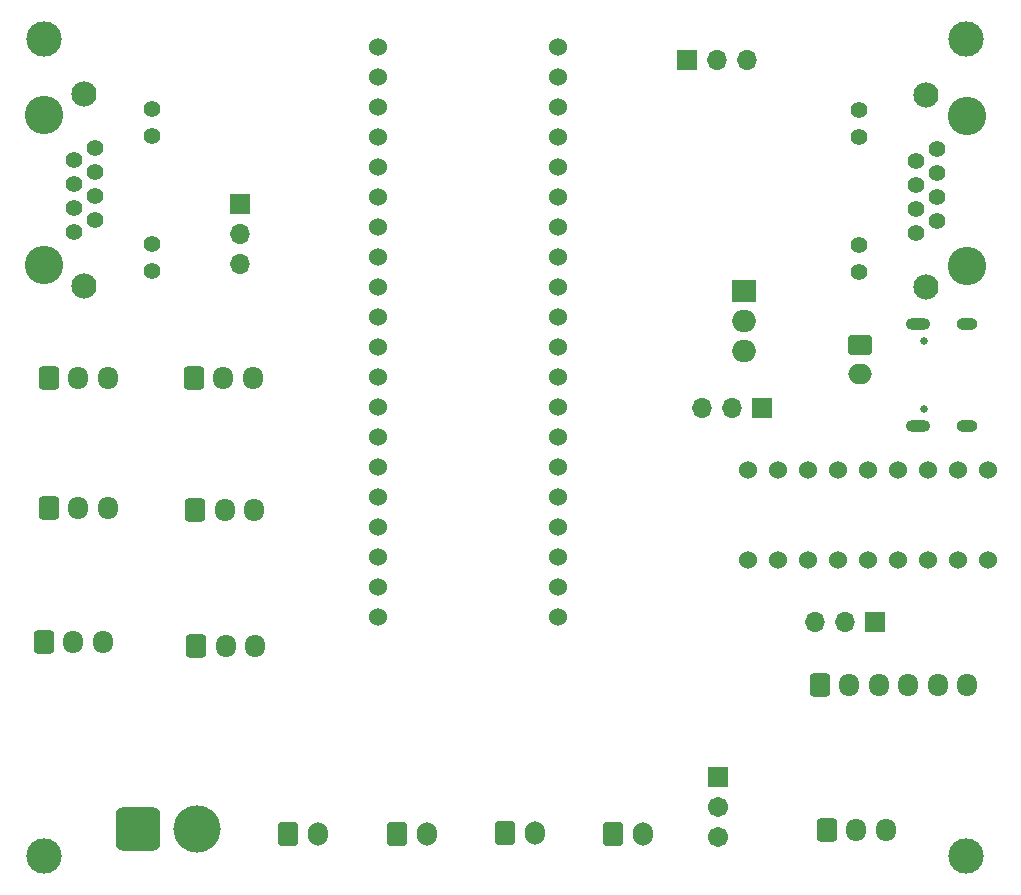
<source format=gbr>
%TF.GenerationSoftware,KiCad,Pcbnew,8.0.8*%
%TF.CreationDate,2025-09-27T22:11:16+09:00*%
%TF.ProjectId,esp_bluepill_board,6573705f-626c-4756-9570-696c6c5f626f,rev?*%
%TF.SameCoordinates,Original*%
%TF.FileFunction,Soldermask,Bot*%
%TF.FilePolarity,Negative*%
%FSLAX46Y46*%
G04 Gerber Fmt 4.6, Leading zero omitted, Abs format (unit mm)*
G04 Created by KiCad (PCBNEW 8.0.8) date 2025-09-27 22:11:16*
%MOMM*%
%LPD*%
G01*
G04 APERTURE LIST*
G04 Aperture macros list*
%AMRoundRect*
0 Rectangle with rounded corners*
0 $1 Rounding radius*
0 $2 $3 $4 $5 $6 $7 $8 $9 X,Y pos of 4 corners*
0 Add a 4 corners polygon primitive as box body*
4,1,4,$2,$3,$4,$5,$6,$7,$8,$9,$2,$3,0*
0 Add four circle primitives for the rounded corners*
1,1,$1+$1,$2,$3*
1,1,$1+$1,$4,$5*
1,1,$1+$1,$6,$7*
1,1,$1+$1,$8,$9*
0 Add four rect primitives between the rounded corners*
20,1,$1+$1,$2,$3,$4,$5,0*
20,1,$1+$1,$4,$5,$6,$7,0*
20,1,$1+$1,$6,$7,$8,$9,0*
20,1,$1+$1,$8,$9,$2,$3,0*%
G04 Aperture macros list end*
%ADD10C,0.650000*%
%ADD11O,2.100000X1.000000*%
%ADD12O,1.800000X1.000000*%
%ADD13R,1.700000X1.700000*%
%ADD14O,1.700000X1.700000*%
%ADD15RoundRect,0.250000X-0.600000X-0.725000X0.600000X-0.725000X0.600000X0.725000X-0.600000X0.725000X0*%
%ADD16O,1.700000X1.950000*%
%ADD17C,3.251200*%
%ADD18C,1.397000*%
%ADD19C,2.133600*%
%ADD20C,3.000000*%
%ADD21RoundRect,0.250000X-0.600000X-0.750000X0.600000X-0.750000X0.600000X0.750000X-0.600000X0.750000X0*%
%ADD22O,1.700000X2.000000*%
%ADD23RoundRect,0.102000X-0.754000X0.754000X-0.754000X-0.754000X0.754000X-0.754000X0.754000X0.754000X0*%
%ADD24C,1.712000*%
%ADD25RoundRect,0.250000X-0.750000X0.600000X-0.750000X-0.600000X0.750000X-0.600000X0.750000X0.600000X0*%
%ADD26O,2.000000X1.700000*%
%ADD27C,1.524000*%
%ADD28R,2.000000X1.905000*%
%ADD29O,2.000000X1.905000*%
%ADD30RoundRect,0.760000X-1.140000X-1.140000X1.140000X-1.140000X1.140000X1.140000X-1.140000X1.140000X0*%
%ADD31C,4.000000*%
G04 APERTURE END LIST*
D10*
%TO.C,J19*%
X97820000Y-54690000D03*
X97820000Y-48910000D03*
D11*
X97300000Y-56120000D03*
D12*
X101500000Y-56120000D03*
D11*
X97300000Y-47480000D03*
D12*
X101500000Y-47480000D03*
%TD*%
D13*
%TO.C,J20*%
X39900000Y-37320000D03*
D14*
X39900000Y-39860000D03*
X39900000Y-42400000D03*
%TD*%
D13*
%TO.C,SW2*%
X84125000Y-54600000D03*
D14*
X81585000Y-54600000D03*
X79045000Y-54600000D03*
%TD*%
D13*
%TO.C,J4*%
X77760000Y-25100000D03*
D14*
X80300000Y-25100000D03*
X82840000Y-25100000D03*
%TD*%
D13*
%TO.C,J1*%
X93700000Y-72700000D03*
D14*
X91160000Y-72700000D03*
X88620000Y-72700000D03*
%TD*%
D15*
%TO.C,J14*%
X36000000Y-52000000D03*
D16*
X38500000Y-52000000D03*
X41000000Y-52000000D03*
%TD*%
D17*
%TO.C,J3*%
X23271000Y-29778000D03*
X23271000Y-42478000D03*
D18*
X25811000Y-39684000D03*
X27589000Y-38668000D03*
X25811000Y-37652000D03*
X27589000Y-36636000D03*
X25811000Y-35620000D03*
X27589000Y-34604000D03*
X25811000Y-33588000D03*
X27589000Y-32572000D03*
X32415000Y-42986000D03*
X32415000Y-40700000D03*
X32415000Y-31556000D03*
X32415000Y-29270000D03*
D19*
X26700000Y-28000000D03*
X26700000Y-44256000D03*
%TD*%
D20*
%TO.C,REF\u002A\u002A*%
X101400000Y-23300000D03*
%TD*%
D21*
%TO.C,J12*%
X44000000Y-90600000D03*
D22*
X46500000Y-90600000D03*
%TD*%
D17*
%TO.C,J2*%
X101429000Y-42522000D03*
X101429000Y-29822000D03*
D18*
X98889000Y-32616000D03*
X97111000Y-33632000D03*
X98889000Y-34648000D03*
X97111000Y-35664000D03*
X98889000Y-36680000D03*
X97111000Y-37696000D03*
X98889000Y-38712000D03*
X97111000Y-39728000D03*
X92285000Y-29314000D03*
X92285000Y-31600000D03*
X92285000Y-40744000D03*
X92285000Y-43030000D03*
D19*
X98000000Y-44300000D03*
X98000000Y-28044000D03*
%TD*%
D23*
%TO.C,PS1*%
X80400000Y-85820000D03*
D24*
X80400000Y-88360000D03*
X80400000Y-90900000D03*
%TD*%
D15*
%TO.C,J16*%
X36100000Y-63200000D03*
D16*
X38600000Y-63200000D03*
X41100000Y-63200000D03*
%TD*%
D15*
%TO.C,J8*%
X89600000Y-90300000D03*
D16*
X92100000Y-90300000D03*
X94600000Y-90300000D03*
%TD*%
D21*
%TO.C,J11*%
X53200000Y-90600000D03*
D22*
X55700000Y-90600000D03*
%TD*%
D15*
%TO.C,J18*%
X36200000Y-74700000D03*
D16*
X38700000Y-74700000D03*
X41200000Y-74700000D03*
%TD*%
D21*
%TO.C,J9*%
X71500000Y-90600000D03*
D22*
X74000000Y-90600000D03*
%TD*%
D20*
%TO.C,REF\u002A\u002A*%
X23300000Y-92500000D03*
%TD*%
D25*
%TO.C,J5*%
X92400000Y-49200000D03*
D26*
X92400000Y-51700000D03*
%TD*%
D15*
%TO.C,J15*%
X23700000Y-63000000D03*
D16*
X26200000Y-63000000D03*
X28700000Y-63000000D03*
%TD*%
D27*
%TO.C,U1*%
X66800000Y-24020000D03*
X51560000Y-67200000D03*
X66800000Y-29100000D03*
X66800000Y-26560000D03*
X51560000Y-72280000D03*
X51560000Y-69740000D03*
X51560000Y-64660000D03*
X51560000Y-34180000D03*
X51560000Y-36720000D03*
X51560000Y-39260000D03*
X51560000Y-41800000D03*
X51560000Y-44340000D03*
X51560000Y-46880000D03*
X51560000Y-49420000D03*
X51560000Y-51960000D03*
X66800000Y-62120000D03*
X66800000Y-59580000D03*
X66800000Y-57040000D03*
X66800000Y-54500000D03*
X66800000Y-51960000D03*
X66800000Y-49420000D03*
X51560000Y-54500000D03*
X51560000Y-57040000D03*
X66800000Y-46880000D03*
X66800000Y-44340000D03*
X66800000Y-41800000D03*
X66800000Y-39260000D03*
X66800000Y-36720000D03*
X66800000Y-34180000D03*
X66800000Y-31640000D03*
X51560000Y-59580000D03*
X51560000Y-62120000D03*
X66800000Y-72280000D03*
X66800000Y-69740000D03*
X66800000Y-67200000D03*
X66800000Y-64660000D03*
X51560000Y-26560000D03*
X51560000Y-29100000D03*
X51560000Y-31640000D03*
X51560000Y-24020000D03*
%TD*%
D15*
%TO.C,J7*%
X89000000Y-78000000D03*
D16*
X91500000Y-78000000D03*
X94000000Y-78000000D03*
X96500000Y-78000000D03*
X99000000Y-78000000D03*
X101500000Y-78000000D03*
%TD*%
D21*
%TO.C,J10*%
X62350000Y-90575000D03*
D22*
X64850000Y-90575000D03*
%TD*%
D20*
%TO.C,REF\u002A\u002A*%
X101400000Y-92500000D03*
%TD*%
D15*
%TO.C,J13*%
X23700000Y-52000000D03*
D16*
X26200000Y-52000000D03*
X28700000Y-52000000D03*
%TD*%
D20*
%TO.C,REF\u002A\u002A*%
X23300000Y-23300000D03*
%TD*%
D28*
%TO.C,U3*%
X82555000Y-44660000D03*
D29*
X82555000Y-47200000D03*
X82555000Y-49740000D03*
%TD*%
D27*
%TO.C,U7*%
X103200000Y-59780000D03*
X100660000Y-59780000D03*
X98120000Y-59780000D03*
X95580000Y-59780000D03*
X93040000Y-59780000D03*
X90500000Y-59780000D03*
X87960000Y-59780000D03*
X85420000Y-59780000D03*
X82880000Y-59780000D03*
X103200000Y-67400000D03*
X100660000Y-67400000D03*
X98120000Y-67400000D03*
X95580000Y-67400000D03*
X93040000Y-67400000D03*
X90500000Y-67400000D03*
X87960000Y-67400000D03*
X85420000Y-67400000D03*
X82880000Y-67400000D03*
%TD*%
D15*
%TO.C,J17*%
X23300000Y-74400000D03*
D16*
X25800000Y-74400000D03*
X28300000Y-74400000D03*
%TD*%
D30*
%TO.C,J6*%
X31300000Y-90200000D03*
D31*
X36300000Y-90200000D03*
%TD*%
M02*

</source>
